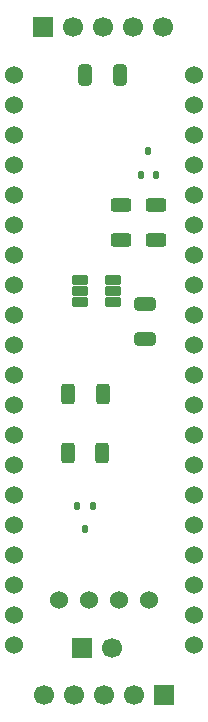
<source format=gts>
%TF.GenerationSoftware,KiCad,Pcbnew,9.0.2*%
%TF.CreationDate,2025-07-08T19:23:37-03:00*%
%TF.ProjectId,ProlinUp,50726f6c-696e-4557-902e-6b696361645f,rev?*%
%TF.SameCoordinates,Original*%
%TF.FileFunction,Soldermask,Top*%
%TF.FilePolarity,Negative*%
%FSLAX46Y46*%
G04 Gerber Fmt 4.6, Leading zero omitted, Abs format (unit mm)*
G04 Created by KiCad (PCBNEW 9.0.2) date 2025-07-08 19:23:37*
%MOMM*%
%LPD*%
G01*
G04 APERTURE LIST*
G04 Aperture macros list*
%AMRoundRect*
0 Rectangle with rounded corners*
0 $1 Rounding radius*
0 $2 $3 $4 $5 $6 $7 $8 $9 X,Y pos of 4 corners*
0 Add a 4 corners polygon primitive as box body*
4,1,4,$2,$3,$4,$5,$6,$7,$8,$9,$2,$3,0*
0 Add four circle primitives for the rounded corners*
1,1,$1+$1,$2,$3*
1,1,$1+$1,$4,$5*
1,1,$1+$1,$6,$7*
1,1,$1+$1,$8,$9*
0 Add four rect primitives between the rounded corners*
20,1,$1+$1,$2,$3,$4,$5,0*
20,1,$1+$1,$4,$5,$6,$7,0*
20,1,$1+$1,$6,$7,$8,$9,0*
20,1,$1+$1,$8,$9,$2,$3,0*%
G04 Aperture macros list end*
%ADD10RoundRect,0.102000X0.571500X-0.304800X0.571500X0.304800X-0.571500X0.304800X-0.571500X-0.304800X0*%
%ADD11RoundRect,0.250000X-0.650000X0.325000X-0.650000X-0.325000X0.650000X-0.325000X0.650000X0.325000X0*%
%ADD12R,1.700000X1.700000*%
%ADD13C,1.700000*%
%ADD14RoundRect,0.250000X0.312500X0.625000X-0.312500X0.625000X-0.312500X-0.625000X0.312500X-0.625000X0*%
%ADD15RoundRect,0.250000X-0.625000X0.312500X-0.625000X-0.312500X0.625000X-0.312500X0.625000X0.312500X0*%
%ADD16RoundRect,0.250000X0.625000X-0.312500X0.625000X0.312500X-0.625000X0.312500X-0.625000X-0.312500X0*%
%ADD17RoundRect,0.112500X-0.112500X-0.237500X0.112500X-0.237500X0.112500X0.237500X-0.112500X0.237500X0*%
%ADD18RoundRect,0.112500X0.112500X0.237500X-0.112500X0.237500X-0.112500X-0.237500X0.112500X-0.237500X0*%
%ADD19C,1.524000*%
%ADD20RoundRect,0.250000X-0.325000X-0.650000X0.325000X-0.650000X0.325000X0.650000X-0.325000X0.650000X0*%
G04 APERTURE END LIST*
D10*
%TO.C,U2*%
X147808000Y-99400000D03*
X147808000Y-98450000D03*
X147808000Y-97500000D03*
X145000000Y-97500000D03*
X145000000Y-98450000D03*
X145000000Y-99400000D03*
%TD*%
D11*
%TO.C,C2*%
X150500000Y-99550000D03*
X150500000Y-102500000D03*
%TD*%
D12*
%TO.C,J2*%
X141922500Y-76156250D03*
D13*
X144462500Y-76156250D03*
X147002500Y-76156250D03*
X149542500Y-76156250D03*
X152082500Y-76156250D03*
%TD*%
D14*
%TO.C,R3*%
X146962500Y-107156250D03*
X144037500Y-107156250D03*
%TD*%
D15*
%TO.C,R1*%
X148462500Y-91193750D03*
X148462500Y-94118750D03*
%TD*%
D14*
%TO.C,R4*%
X146925000Y-112156250D03*
X144000000Y-112156250D03*
%TD*%
D16*
%TO.C,R2*%
X151462500Y-94118750D03*
X151462500Y-91193750D03*
%TD*%
D17*
%TO.C,Q1*%
X150162500Y-88656250D03*
X151462500Y-88656250D03*
X150812500Y-86656250D03*
%TD*%
D12*
%TO.C,J1*%
X152122500Y-132656250D03*
D13*
X149582500Y-132656250D03*
X147042500Y-132656250D03*
X144502500Y-132656250D03*
X141962500Y-132656250D03*
%TD*%
D18*
%TO.C,Q2*%
X146112500Y-116656250D03*
X144812500Y-116656250D03*
X145462500Y-118656250D03*
%TD*%
D12*
%TO.C,J4*%
X145187500Y-128656250D03*
D13*
X147727500Y-128656250D03*
%TD*%
D19*
%TO.C,U1*%
X139437500Y-128461250D03*
X143247500Y-124651250D03*
X154677500Y-85281250D03*
X139437500Y-123381250D03*
X139437500Y-125921250D03*
X150867500Y-124651250D03*
X154677500Y-80201250D03*
X154677500Y-82741250D03*
X154677500Y-87821250D03*
X154677500Y-118301250D03*
X154677500Y-115761250D03*
X154677500Y-113221250D03*
X154677500Y-110681250D03*
X154677500Y-108141250D03*
X154677500Y-105601250D03*
X154677500Y-103061250D03*
X154677500Y-100521250D03*
X139437500Y-90361250D03*
X139437500Y-92901250D03*
X139437500Y-95441250D03*
X139437500Y-97981250D03*
X139437500Y-100521250D03*
X139437500Y-103061250D03*
X154677500Y-97981250D03*
X154677500Y-95441250D03*
X139437500Y-105601250D03*
X139437500Y-108141250D03*
X139437500Y-110681250D03*
X139437500Y-113221250D03*
X139437500Y-115761250D03*
X139437500Y-118301250D03*
X139437500Y-120841250D03*
X154677500Y-92901250D03*
X154677500Y-90361250D03*
X139437500Y-80201250D03*
X139437500Y-82741250D03*
X139437500Y-85281250D03*
X139437500Y-87821250D03*
X154677500Y-125921250D03*
X154677500Y-123381250D03*
X154677500Y-120841250D03*
X148327500Y-124651250D03*
X145787500Y-124651250D03*
X154677500Y-128461250D03*
%TD*%
D20*
%TO.C,C1*%
X145487500Y-80156250D03*
X148437500Y-80156250D03*
%TD*%
M02*

</source>
